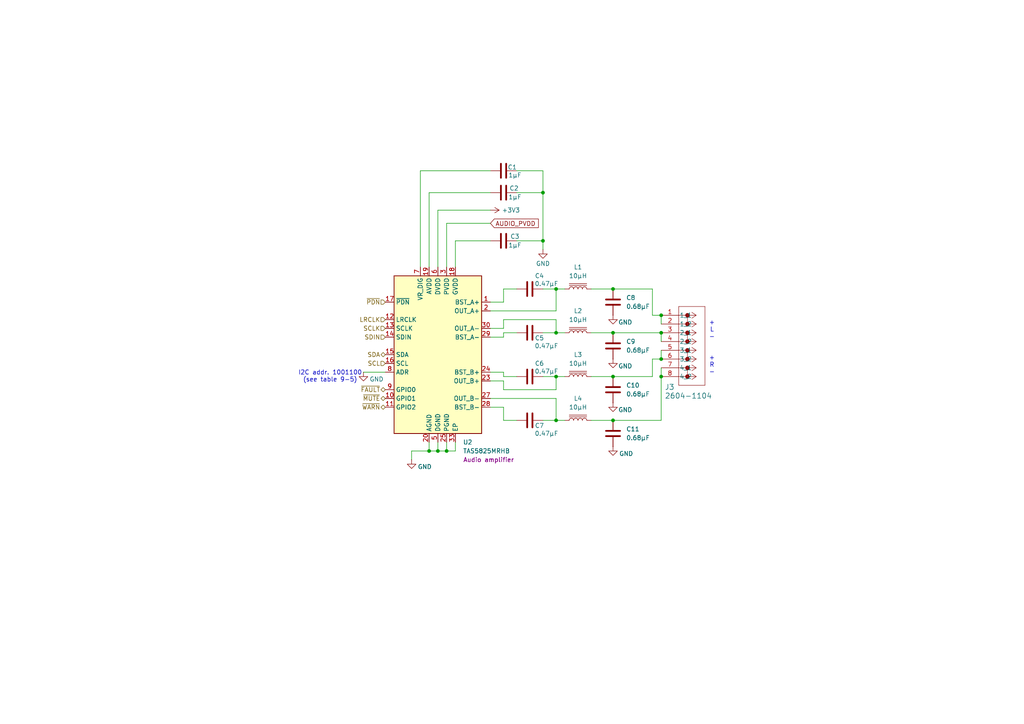
<source format=kicad_sch>
(kicad_sch (version 20231120) (generator "eeschema") (generator_version "8.0")
  (paper "A4")
  (lib_symbols
    (symbol "Amplifier_Audio:TAS5825MRHB"
      (property "Reference" "U" (at -11.43 24.13 0))
      (property "Value" "TAS5825MRHB" (at 13.97 24.13 0))
      (symbol "TAS5825MRHB_0_1"
        (rectangle (start -12.7 22.86) (end 12.7 -22.86) (stroke (width 0.254)) (fill (type background)))
      )
      (symbol "TAS5825MRHB_1_1"
        (pin passive line (at 15.24 15.24 180) (length 2.54) (name "BST_A+") (number "1"))
        (pin bidirectional line (at -15.24 -12.7 0) (length 2.54) (name "GPIO1") (number "10"))
        (pin bidirectional line (at -15.24 -15.24 0) (length 2.54) (name "GPIO2") (number "11"))
        (pin input line (at -15.24 10.16 0) (length 2.54) (name "LRCLK") (number "12"))
        (pin input line (at -15.24 7.62 0) (length 2.54) (name "SCLK") (number "13"))
        (pin input line (at -15.24 5.08 0) (length 2.54) (name "SDIN") (number "14"))
        (pin bidirectional line (at -15.24 0 0) (length 2.54) (name "SDA") (number "15"))
        (pin input line (at -15.24 -2.54 0) (length 2.54) (name "SCL") (number "16"))
        (pin input line (at -15.24 15.24 0) (length 2.54) (name "~{PDN}") (number "17"))
        (pin passive line (at 5.08 25.4 270) (length 2.54) (name "GVDD") (number "18"))
        (pin passive line (at -2.54 25.4 270) (length 2.54) (name "AVDD") (number "19"))
        (pin output line (at 15.24 12.7 180) (length 2.54) (name "OUT_A+") (number "2"))
        (pin power_in line (at -2.54 -25.4 90) (length 2.54) (name "AGND") (number "20"))
        (pin passive line (at 2.54 25.4 270) (length 2.54) hide (name "PVDD") (number "21"))
        (pin passive line (at 2.54 25.4 270) (length 2.54) hide (name "PVDD") (number "22"))
        (pin output line (at 15.24 -7.62 180) (length 2.54) (name "OUT_B+") (number "23"))
        (pin passive line (at 15.24 -5.08 180) (length 2.54) (name "BST_B+") (number "24"))
        (pin power_in line (at 2.54 -25.4 90) (length 2.54) (name "PGND") (number "25"))
        (pin passive line (at 2.54 -25.4 90) (length 2.54) hide (name "PGND") (number "26"))
        (pin output line (at 15.24 -12.7 180) (length 2.54) (name "OUT_B-") (number "27"))
        (pin passive line (at 15.24 -15.24 180) (length 2.54) (name "BST_B-") (number "28"))
        (pin passive line (at 15.24 5.08 180) (length 2.54) (name "BST_A-") (number "29"))
        (pin power_in line (at 2.54 25.4 270) (length 2.54) (name "PVDD") (number "3"))
        (pin output line (at 15.24 7.62 180) (length 2.54) (name "OUT_A-") (number "30"))
        (pin passive line (at 2.54 -25.4 90) (length 2.54) hide (name "PGND") (number "31"))
        (pin passive line (at 2.54 -25.4 90) (length 2.54) hide (name "PGND") (number "32"))
        (pin passive line (at 5.08 -25.4 90) (length 2.54) (name "EP") (number "33"))
        (pin passive line (at 2.54 25.4 270) (length 2.54) hide (name "PVDD") (number "4"))
        (pin power_in line (at 0 -25.4 90) (length 2.54) (name "DGND") (number "5"))
        (pin power_in line (at 0 25.4 270) (length 2.54) (name "DVDD") (number "6"))
        (pin passive line (at -5.08 25.4 270) (length 2.54) (name "VR_DIG") (number "7"))
        (pin passive line (at -15.24 -5.08 0) (length 2.54) (name "ADR") (number "8"))
        (pin bidirectional line (at -15.24 -10.16 0) (length 2.54) (name "GPIO0") (number "9"))
      )
    )
    (symbol "Device:C" (pin_numbers hide) (pin_names (offset 0.254))
      (property "Reference" "C" (at 0.635 2.54 0))
      (property "Value" "C" (at 0.635 -2.54 0))
      (symbol "C_0_1"
        (polyline (pts (xy -2.032 -0.762) (xy 2.032 -0.762)) (stroke (width 0.508)))
        (polyline (pts (xy -2.032 0.762) (xy 2.032 0.762)) (stroke (width 0.508)))
      )
      (symbol "C_1_1"
        (pin passive line (at 0 3.81 270) (length 2.794) (name "~") (number "1"))
        (pin passive line (at 0 -3.81 90) (length 2.794) (name "~") (number "2"))
      )
    )
    (symbol "Device:L_Iron" (pin_numbers hide) (pin_names (offset 1.016) hide)
      (property "Reference" "L" (at -1.27 0 90))
      (property "Value" "L_Iron" (at 2.794 0 90))
      (symbol "L_Iron_0_1"
        (arc (start 0 -2.54) (mid 0.6323 -1.905) (end 0 -1.27))
        (arc (start 0 -1.27) (mid 0.6323 -0.635) (end 0 0))
        (polyline (pts (xy 1.016 2.54) (xy 1.016 -2.54)))
        (polyline (pts (xy 1.524 -2.54) (xy 1.524 2.54)))
        (arc (start 0 0) (mid 0.6323 0.635) (end 0 1.27))
        (arc (start 0 1.27) (mid 0.6323 1.905) (end 0 2.54))
      )
      (symbol "L_Iron_1_1"
        (pin passive line (at 0 3.81 270) (length 1.27) (name "1") (number "1"))
        (pin passive line (at 0 -3.81 90) (length 1.27) (name "2") (number "2"))
      )
    )
    (symbol "Ultra_Librarian:2604-1104" (pin_names (offset 0.254))
      (property "Reference" "J" (at 8.89 6.35 0))
      (property "Value" "2604-1104" (at 0 0 0))
      (symbol "2604-1104_1_1"
        (polyline (pts (xy 5.08 -20.32) (xy 12.7 -20.32)) (stroke (width 0.127)))
        (polyline (pts (xy 5.08 2.54) (xy 5.08 -20.32)) (stroke (width 0.127)))
        (polyline (pts (xy 7.62 -15.24) (xy 7.62 -17.78)) (stroke (width 0.127)))
        (polyline (pts (xy 7.62 -10.16) (xy 7.62 -12.7)) (stroke (width 0.127)))
        (polyline (pts (xy 7.62 -5.08) (xy 7.62 -7.62)) (stroke (width 0.127)))
        (polyline (pts (xy 7.62 0) (xy 7.62 -2.54)) (stroke (width 0.127)))
        (polyline (pts (xy 10.16 -17.78) (xy 5.08 -17.78)) (stroke (width 0.127)))
        (polyline (pts (xy 10.16 -17.78) (xy 8.89 -18.6267)) (stroke (width 0.127)))
        (polyline (pts (xy 10.16 -17.78) (xy 8.89 -16.9333)) (stroke (width 0.127)))
        (polyline (pts (xy 10.16 -15.24) (xy 5.08 -15.24)) (stroke (width 0.127)))
        (polyline (pts (xy 10.16 -15.24) (xy 8.89 -16.0867)) (stroke (width 0.127)))
        (polyline (pts (xy 10.16 -15.24) (xy 8.89 -14.3933)) (stroke (width 0.127)))
        (polyline (pts (xy 10.16 -12.7) (xy 5.08 -12.7)) (stroke (width 0.127)))
        (polyline (pts (xy 10.16 -12.7) (xy 8.89 -13.5467)) (stroke (width 0.127)))
        (polyline (pts (xy 10.16 -12.7) (xy 8.89 -11.8533)) (stroke (width 0.127)))
        (polyline (pts (xy 10.16 -10.16) (xy 5.08 -10.16)) (stroke (width 0.127)))
        (polyline (pts (xy 10.16 -10.16) (xy 8.89 -11.0067)) (stroke (width 0.127)))
        (polyline (pts (xy 10.16 -10.16) (xy 8.89 -9.3133)) (stroke (width 0.127)))
        (polyline (pts (xy 10.16 -7.62) (xy 5.08 -7.62)) (stroke (width 0.127)))
        (polyline (pts (xy 10.16 -7.62) (xy 8.89 -8.4667)) (stroke (width 0.127)))
        (polyline (pts (xy 10.16 -7.62) (xy 8.89 -6.7733)) (stroke (width 0.127)))
        (polyline (pts (xy 10.16 -5.08) (xy 5.08 -5.08)) (stroke (width 0.127)))
        (polyline (pts (xy 10.16 -5.08) (xy 8.89 -5.9267)) (stroke (width 0.127)))
        (polyline (pts (xy 10.16 -5.08) (xy 8.89 -4.2333)) (stroke (width 0.127)))
        (polyline (pts (xy 10.16 -2.54) (xy 5.08 -2.54)) (stroke (width 0.127)))
        (polyline (pts (xy 10.16 -2.54) (xy 8.89 -3.3867)) (stroke (width 0.127)))
        (polyline (pts (xy 10.16 -2.54) (xy 8.89 -1.6933)) (stroke (width 0.127)))
        (polyline (pts (xy 10.16 0) (xy 5.08 0)) (stroke (width 0.127)))
        (polyline (pts (xy 10.16 0) (xy 8.89 -0.8467)) (stroke (width 0.127)))
        (polyline (pts (xy 10.16 0) (xy 8.89 0.8467)) (stroke (width 0.127)))
        (polyline (pts (xy 12.7 -20.32) (xy 12.7 2.54)) (stroke (width 0.127)))
        (polyline (pts (xy 12.7 2.54) (xy 5.08 2.54)) (stroke (width 0.127)))
        (circle (center 7.62 -17.78) (radius 0.127) (stroke (width 0.508)))
        (circle (center 7.62 -15.24) (radius 0.127) (stroke (width 0.508)))
        (circle (center 7.62 -12.7) (radius 0.127) (stroke (width 0.508)))
        (circle (center 7.62 -10.16) (radius 0.127) (stroke (width 0.508)))
        (circle (center 7.62 -7.62) (radius 0.127) (stroke (width 0.508)))
        (circle (center 7.62 -5.08) (radius 0.127) (stroke (width 0.508)))
        (circle (center 7.62 -2.54) (radius 0.127) (stroke (width 0.508)))
        (circle (center 7.62 0) (radius 0.127) (stroke (width 0.508)))
        (pin unspecified line (at 0 0 0) (length 5.08) (name "1_1") (number "1"))
        (pin unspecified line (at 0 -2.54 0) (length 5.08) (name "1_2") (number "2"))
        (pin unspecified line (at 0 -5.08 0) (length 5.08) (name "2_1") (number "3"))
        (pin unspecified line (at 0 -7.62 0) (length 5.08) (name "2_2") (number "4"))
        (pin unspecified line (at 0 -10.16 0) (length 5.08) (name "3_1") (number "5"))
        (pin unspecified line (at 0 -12.7 0) (length 5.08) (name "3_2") (number "6"))
        (pin unspecified line (at 0 -15.24 0) (length 5.08) (name "4_1") (number "7"))
        (pin unspecified line (at 0 -17.78 0) (length 5.08) (name "4_2") (number "8"))
      )
      (symbol "2604-1104_1_2"
        (polyline (pts (xy 5.08 -20.32) (xy 12.7 -20.32)) (stroke (width 0.127)))
        (polyline (pts (xy 5.08 2.54) (xy 5.08 -20.32)) (stroke (width 0.127)))
        (polyline (pts (xy 7.62 -15.24) (xy 7.62 -17.78)) (stroke (width 0.127)))
        (polyline (pts (xy 7.62 -10.16) (xy 7.62 -12.7)) (stroke (width 0.127)))
        (polyline (pts (xy 7.62 -5.08) (xy 7.62 -7.62)) (stroke (width 0.127)))
        (polyline (pts (xy 7.62 0) (xy 7.62 -2.54)) (stroke (width 0.127)))
        (polyline (pts (xy 10.16 -17.78) (xy 5.08 -17.78)) (stroke (width 0.127)))
        (polyline (pts (xy 10.16 -17.78) (xy 8.89 -18.6267)) (stroke (width 0.127)))
        (polyline (pts (xy 10.16 -17.78) (xy 8.89 -16.9333)) (stroke (width 0.127)))
        (polyline (pts (xy 10.16 -15.24) (xy 5.08 -15.24)) (stroke (width 0.127)))
        (polyline (pts (xy 10.16 -15.24) (xy 8.89 -16.0867)) (stroke (width 0.127)))
        (polyline (pts (xy 10.16 -15.24) (xy 8.89 -14.3933)) (stroke (width 0.127)))
        (polyline (pts (xy 10.16 -12.7) (xy 5.08 -12.7)) (stroke (width 0.127)))
        (polyline (pts (xy 10.16 -12.7) (xy 8.89 -13.5467)) (stroke (width 0.127)))
        (polyline (pts (xy 10.16 -12.7) (xy 8.89 -11.8533)) (stroke (width 0.127)))
        (polyline (pts (xy 10.16 -10.16) (xy 5.08 -10.16)) (stroke (width 0.127)))
        (polyline (pts (xy 10.16 -10.16) (xy 8.89 -11.0067)) (stroke (width 0.127)))
        (polyline (pts (xy 10.16 -10.16) (xy 8.89 -9.3133)) (stroke (width 0.127)))
        (polyline (pts (xy 10.16 -7.62) (xy 5.08 -7.62)) (stroke (width 0.127)))
        (polyline (pts (xy 10.16 -7.62) (xy 8.89 -8.4667)) (stroke (width 0.127)))
        (polyline (pts (xy 10.16 -7.62) (xy 8.89 -6.7733)) (stroke (width 0.127)))
        (polyline (pts (xy 10.16 -5.08) (xy 5.08 -5.08)) (stroke (width 0.127)))
        (polyline (pts (xy 10.16 -5.08) (xy 8.89 -5.9267)) (stroke (width 0.127)))
        (polyline (pts (xy 10.16 -5.08) (xy 8.89 -4.2333)) (stroke (width 0.127)))
        (polyline (pts (xy 10.16 -2.54) (xy 5.08 -2.54)) (stroke (width 0.127)))
        (polyline (pts (xy 10.16 -2.54) (xy 8.89 -3.3867)) (stroke (width 0.127)))
        (polyline (pts (xy 10.16 -2.54) (xy 8.89 -1.6933)) (stroke (width 0.127)))
        (polyline (pts (xy 10.16 0) (xy 5.08 0)) (stroke (width 0.127)))
        (polyline (pts (xy 10.16 0) (xy 8.89 -0.8467)) (stroke (width 0.127)))
        (polyline (pts (xy 10.16 0) (xy 8.89 0.8467)) (stroke (width 0.127)))
        (polyline (pts (xy 12.7 -20.32) (xy 12.7 2.54)) (stroke (width 0.127)))
        (polyline (pts (xy 12.7 2.54) (xy 5.08 2.54)) (stroke (width 0.127)))
        (circle (center 7.62 -17.78) (radius 0.127) (stroke (width 0.508)))
        (circle (center 7.62 -15.24) (radius 0.127) (stroke (width 0.508)))
        (circle (center 7.62 -12.7) (radius 0.127) (stroke (width 0.508)))
        (circle (center 7.62 -10.16) (radius 0.127) (stroke (width 0.508)))
        (circle (center 7.62 -7.62) (radius 0.127) (stroke (width 0.508)))
        (circle (center 7.62 -5.08) (radius 0.127) (stroke (width 0.508)))
        (circle (center 7.62 -2.54) (radius 0.127) (stroke (width 0.508)))
        (circle (center 7.62 0) (radius 0.127) (stroke (width 0.508)))
        (pin unspecified line (at 0 0 0) (length 5.08) (name "1_1") (number "1"))
        (pin unspecified line (at 0 -2.54 0) (length 5.08) (name "1_2") (number "2"))
        (pin unspecified line (at 0 -5.08 0) (length 5.08) (name "2_1") (number "3"))
        (pin unspecified line (at 0 -7.62 0) (length 5.08) (name "2_2") (number "4"))
        (pin unspecified line (at 0 -10.16 0) (length 5.08) (name "3_1") (number "5"))
        (pin unspecified line (at 0 -12.7 0) (length 5.08) (name "3_2") (number "6"))
        (pin unspecified line (at 0 -15.24 0) (length 5.08) (name "4_1") (number "7"))
        (pin unspecified line (at 0 -17.78 0) (length 5.08) (name "4_2") (number "8"))
      )
    )
    (symbol "power:+3V3" (power) (pin_numbers hide) (pin_names (offset 0) hide)
      (property "Value" "+3V3" (at 0 3.556 0))
      (symbol "+3V3_0_1"
        (polyline (pts (xy -0.762 1.27) (xy 0 2.54)))
        (polyline (pts (xy 0 0) (xy 0 2.54)))
        (polyline (pts (xy 0 2.54) (xy 0.762 1.27)))
      )
      (symbol "+3V3_1_1"
        (pin power_in line (at 0 0 90) (length 0) (name "~") (number "1"))
      )
    )
    (symbol "power:GND" (power) (pin_numbers hide) (pin_names (offset 0) hide)
      (property "Value" "GND" (at 0 -3.81 0))
      (symbol "GND_0_1"
        (polyline (pts (xy 0 0) (xy 0 -1.27) (xy 1.27 -1.27) (xy 0 -2.54) (xy -1.27 -1.27) (xy 0 -1.27)))
      )
      (symbol "GND_1_1"
        (pin power_in line (at 0 0 270) (length 0) (name "~") (number "1"))
      )
    )
  )
  (junction (at 129.54 130.81))
  (junction (at 161.29 121.92))
  (junction (at 157.48 69.85))
  (junction (at 177.8 96.52))
  (junction (at 161.29 83.82))
  (junction (at 124.46 130.81))
  (junction (at 191.77 91.44))
  (junction (at 191.77 109.22))
  (junction (at 161.29 109.22))
  (junction (at 157.48 55.88))
  (junction (at 127 130.81))
  (junction (at 191.77 104.14))
  (junction (at 161.29 96.52))
  (junction (at 177.8 109.22))
  (junction (at 177.8 83.82))
  (junction (at 177.8 121.92))
  (junction (at 191.77 96.52))
  (wire (pts (xy 146.05 83.82) (xy 146.05 87.63)))
  (wire (pts (xy 171.45 83.82) (xy 177.8 83.82)))
  (wire (pts (xy 149.86 109.22) (xy 146.05 109.22)))
  (wire (pts (xy 189.23 83.82) (xy 189.23 91.44)))
  (wire (pts (xy 146.05 109.22) (xy 146.05 107.95)))
  (wire (pts (xy 121.92 49.53) (xy 121.92 77.47)))
  (wire (pts (xy 177.8 96.52) (xy 191.77 96.52)))
  (wire (pts (xy 142.24 118.11) (xy 146.05 118.11)))
  (wire (pts (xy 146.05 121.92) (xy 146.05 118.11)))
  (wire (pts (xy 161.29 83.82) (xy 163.83 83.82)))
  (wire (pts (xy 157.48 83.82) (xy 161.29 83.82)))
  (wire (pts (xy 142.24 90.17) (xy 161.29 90.17)))
  (wire (pts (xy 132.08 128.27) (xy 132.08 130.81)))
  (wire (pts (xy 157.48 72.39) (xy 157.48 69.85)))
  (wire (pts (xy 132.08 130.81) (xy 129.54 130.81)))
  (wire (pts (xy 142.24 115.57) (xy 161.29 115.57)))
  (wire (pts (xy 149.86 96.52) (xy 146.05 96.52)))
  (wire (pts (xy 146.05 110.49) (xy 146.05 113.03)))
  (wire (pts (xy 129.54 64.77) (xy 129.54 77.47)))
  (wire (pts (xy 142.24 64.77) (xy 129.54 64.77)))
  (wire (pts (xy 157.48 121.92) (xy 161.29 121.92)))
  (wire (pts (xy 142.24 69.85) (xy 132.08 69.85)))
  (wire (pts (xy 161.29 90.17) (xy 161.29 83.82)))
  (wire (pts (xy 191.77 91.44) (xy 191.77 93.98)))
  (wire (pts (xy 177.8 121.92) (xy 191.77 121.92)))
  (wire (pts (xy 142.24 95.25) (xy 146.05 95.25)))
  (wire (pts (xy 142.24 55.88) (xy 124.46 55.88)))
  (wire (pts (xy 149.86 69.85) (xy 157.48 69.85)))
  (wire (pts (xy 161.29 109.22) (xy 163.83 109.22)))
  (wire (pts (xy 129.54 128.27) (xy 129.54 130.81)))
  (wire (pts (xy 157.48 55.88) (xy 157.48 69.85)))
  (wire (pts (xy 119.38 133.35) (xy 119.38 130.81)))
  (wire (pts (xy 161.29 96.52) (xy 163.83 96.52)))
  (wire (pts (xy 157.48 109.22) (xy 161.29 109.22)))
  (wire (pts (xy 124.46 128.27) (xy 124.46 130.81)))
  (wire (pts (xy 149.86 55.88) (xy 157.48 55.88)))
  (wire (pts (xy 142.24 87.63) (xy 146.05 87.63)))
  (wire (pts (xy 142.24 49.53) (xy 121.92 49.53)))
  (wire (pts (xy 191.77 121.92) (xy 191.77 109.22)))
  (wire (pts (xy 171.45 109.22) (xy 177.8 109.22)))
  (wire (pts (xy 161.29 115.57) (xy 161.29 121.92)))
  (wire (pts (xy 161.29 113.03) (xy 161.29 109.22)))
  (wire (pts (xy 142.24 110.49) (xy 146.05 110.49)))
  (wire (pts (xy 161.29 121.92) (xy 163.83 121.92)))
  (wire (pts (xy 142.24 60.96) (xy 127 60.96)))
  (wire (pts (xy 149.86 83.82) (xy 146.05 83.82)))
  (wire (pts (xy 189.23 109.22) (xy 189.23 104.14)))
  (wire (pts (xy 157.48 96.52) (xy 161.29 96.52)))
  (wire (pts (xy 149.86 121.92) (xy 146.05 121.92)))
  (wire (pts (xy 191.77 106.68) (xy 191.77 109.22)))
  (wire (pts (xy 189.23 91.44) (xy 191.77 91.44)))
  (wire (pts (xy 127 130.81) (xy 129.54 130.81)))
  (wire (pts (xy 111.76 107.95) (xy 105.41 107.95)))
  (wire (pts (xy 191.77 101.6) (xy 191.77 104.14)))
  (wire (pts (xy 146.05 96.52) (xy 146.05 97.79)))
  (wire (pts (xy 171.45 121.92) (xy 177.8 121.92)))
  (wire (pts (xy 146.05 95.25) (xy 146.05 92.71)))
  (wire (pts (xy 171.45 96.52) (xy 177.8 96.52)))
  (wire (pts (xy 146.05 113.03) (xy 161.29 113.03)))
  (wire (pts (xy 191.77 96.52) (xy 191.77 99.06)))
  (wire (pts (xy 146.05 97.79) (xy 142.24 97.79)))
  (wire (pts (xy 177.8 109.22) (xy 189.23 109.22)))
  (wire (pts (xy 119.38 130.81) (xy 124.46 130.81)))
  (wire (pts (xy 149.86 49.53) (xy 157.48 49.53)))
  (wire (pts (xy 146.05 92.71) (xy 161.29 92.71)))
  (wire (pts (xy 124.46 130.81) (xy 127 130.81)))
  (wire (pts (xy 142.24 107.95) (xy 146.05 107.95)))
  (wire (pts (xy 161.29 92.71) (xy 161.29 96.52)))
  (wire (pts (xy 177.8 83.82) (xy 189.23 83.82)))
  (wire (pts (xy 124.46 55.88) (xy 124.46 77.47)))
  (wire (pts (xy 127 128.27) (xy 127 130.81)))
  (wire (pts (xy 189.23 104.14) (xy 191.77 104.14)))
  (wire (pts (xy 127 60.96) (xy 127 77.47)))
  (wire (pts (xy 157.48 49.53) (xy 157.48 55.88)))
  (wire (pts (xy 132.08 69.85) (xy 132.08 77.47)))
  (text "I2C addr. 1001100\n(see table 9-5)" (at 95.758 109.22 0) (effects (font (size 1.27 1.27))))
  (text "+\nL\n-\n\n\n+\nR\n-" (at 206.502 100.838 0) (effects (font (size 1.27 1.27))))
  (global_label "AUDIO_PVDD" (shape input) (at 142.24 64.77 0) (property "Intersheetrefs" "${INTERSHEET_REFS}" (effects (hide yes))))
  (hierarchical_label "SDA" (shape bidirectional) (at 111.76 102.87 180))
  (hierarchical_label "~{FAULT}" (shape bidirectional) (at 111.76 113.03 180))
  (hierarchical_label "SDIN" (shape input) (at 111.76 97.79 180))
  (hierarchical_label "LRCLK" (shape input) (at 111.76 92.71 180))
  (hierarchical_label "SCLK" (shape input) (at 111.76 95.25 180))
  (hierarchical_label "~{WARN}" (shape bidirectional) (at 111.76 118.11 180))
  (hierarchical_label "~{PDN}" (shape input) (at 111.76 87.63 180))
  (hierarchical_label "~{MUTE}" (shape bidirectional) (at 111.76 115.57 180))
  (hierarchical_label "SCL" (shape input) (at 111.76 105.41 180))
  (symbol (lib_id "Device:C") (at 153.67 96.52 270) (unit 1)
    (property "Reference" "C5" (at 156.464 98.044 90))
    (property "Value" "0.47µF" (at 158.496 100.33 90))
    (property "Description" "Unpolarized capacitor" (effects (hide yes)))
  )
  (symbol (lib_id "power:GND") (at 177.8 91.44 0) (unit 1)
    (property "Reference" "#PWR07" (effects (hide yes)))
    (property "Value" "GND" (at 181.356 93.472 0))
    (property "Description" "Power symbol creates a global label with name \"GND\" , ground" (effects (hide yes)))
  )
  (symbol (lib_id "power:GND") (at 157.48 72.39 0) (unit 1)
    (property "Reference" "#PWR06" (effects (hide yes)))
    (property "Value" "GND" (at 157.48 76.454 0))
    (property "Description" "Power symbol creates a global label with name \"GND\" , ground" (effects (hide yes)))
  )
  (symbol (lib_id "power:GND") (at 177.8 116.84 0) (unit 1)
    (property "Reference" "#PWR09" (effects (hide yes)))
    (property "Value" "GND" (at 181.356 118.872 0))
    (property "Description" "Power symbol creates a global label with name \"GND\" , ground" (effects (hide yes)))
  )
  (symbol (lib_id "Device:L_Iron") (at 167.64 109.22 90) (unit 1)
    (property "Reference" "L3" (at 167.64 102.87 90))
    (property "Value" "10µH" (at 167.64 105.41 90))
    (property "Description" "Inductor with iron core" (effects (hide yes)))
  )
  (symbol (lib_id "Device:C") (at 146.05 69.85 270) (unit 1)
    (property "Reference" "C3" (at 149.352 68.58 90))
    (property "Value" "1µF" (at 149.352 71.12 90))
    (property "Description" "Unpolarized capacitor" (effects (hide yes)))
  )
  (symbol (lib_id "Device:C") (at 153.67 121.92 270) (unit 1)
    (property "Reference" "C7" (at 156.464 123.444 90))
    (property "Value" "0.47µF" (at 158.496 125.73 90))
    (property "Description" "Unpolarized capacitor" (effects (hide yes)))
  )
  (symbol (lib_id "Device:C") (at 177.8 113.03 0) (unit 1)
    (property "Reference" "C10" (at 181.61 111.7599 0) (effects (justify left)))
    (property "Value" "0.68µF" (at 181.61 114.2999 0) (effects (justify left)))
    (property "Description" "Unpolarized capacitor" (effects (hide yes)))
  )
  (symbol (lib_id "Device:L_Iron") (at 167.64 83.82 90) (unit 1)
    (property "Reference" "L1" (at 167.64 77.47 90))
    (property "Value" "10µH" (at 167.64 80.01 90))
    (property "Description" "Inductor with iron core" (effects (hide yes)))
  )
  (symbol (lib_id "Device:C") (at 153.67 83.82 270) (unit 1)
    (property "Reference" "C4" (at 156.464 80.01 90))
    (property "Value" "0.47µF" (at 158.496 82.296 90))
    (property "Description" "Unpolarized capacitor" (effects (hide yes)))
  )
  (symbol (lib_id "power:GND") (at 105.41 107.95 0) (unit 1)
    (property "Reference" "#PWR03" (effects (hide yes)))
    (property "Value" "GND" (at 109.22 109.982 0))
    (property "Description" "Power symbol creates a global label with name \"GND\" , ground" (effects (hide yes)))
  )
  (symbol (lib_id "power:+3V3") (at 142.24 60.96 270) (unit 1)
    (property "Reference" "#PWR05" (effects (hide yes)))
    (property "Value" "+3V3" (at 145.542 60.96 90) (effects (justify left)))
    (property "Description" "Power symbol creates a global label with name \"+3V3\"" (effects (hide yes)))
  )
  (symbol (lib_id "Ultra_Librarian:2604-1104") (at 191.77 91.44 0) (unit 1)
    (property "Reference" "J3" (at 192.786 112.268 0) (effects (font (size 1.524 1.524)) (justify left)))
    (property "Value" "2604-1104" (at 192.786 114.808 0) (effects (font (size 1.524 1.524)) (justify left)))
    (property "Footprint" "CONN4_2604-1104_WAG" (effects (hide yes)))
    (property "Description" "Speaker" (effects (hide yes)))
    (property "Manufacturer" "WAGO" (effects (hide yes)))
    (property "MPN" "2604-1104" (effects (hide yes)))
  )
  (symbol (lib_id "Device:C") (at 146.05 55.88 270) (unit 1)
    (property "Reference" "C2" (at 149.098 54.61 90))
    (property "Value" "1µF" (at 149.352 57.15 90))
    (property "Description" "Unpolarized capacitor" (effects (hide yes)))
  )
  (symbol (lib_id "Device:C") (at 177.8 125.73 0) (unit 1)
    (property "Reference" "C11" (at 181.61 124.4599 0) (effects (justify left)))
    (property "Value" "0.68µF" (at 181.61 126.9999 0) (effects (justify left)))
    (property "Description" "Unpolarized capacitor" (effects (hide yes)))
  )
  (symbol (lib_id "Device:L_Iron") (at 167.64 121.92 90) (unit 1)
    (property "Reference" "L4" (at 167.64 115.57 90))
    (property "Value" "10µH" (at 167.64 118.11 90))
    (property "Description" "Inductor with iron core" (effects (hide yes)))
  )
  (symbol (lib_id "Device:C") (at 153.67 109.22 270) (unit 1)
    (property "Reference" "C6" (at 156.464 105.41 90))
    (property "Value" "0.47µF" (at 158.496 107.696 90))
    (property "Description" "Unpolarized capacitor" (effects (hide yes)))
  )
  (symbol (lib_id "Device:C") (at 177.8 100.33 0) (unit 1)
    (property "Reference" "C9" (at 181.61 99.0599 0) (effects (justify left)))
    (property "Value" "0.68µF" (at 181.61 101.5999 0) (effects (justify left)))
    (property "Description" "Unpolarized capacitor" (effects (hide yes)))
  )
  (symbol (lib_id "Device:C") (at 146.05 49.53 270) (unit 1)
    (property "Reference" "C1" (at 148.59 48.514 90))
    (property "Value" "1µF" (at 149.352 50.8 90))
    (property "Description" "Unpolarized capacitor" (effects (hide yes)))
  )
  (symbol (lib_id "Device:C") (at 177.8 87.63 0) (unit 1)
    (property "Reference" "C8" (at 181.61 86.3599 0) (effects (justify left)))
    (property "Value" "0.68µF" (at 181.61 88.8999 0) (effects (justify left)))
    (property "Description" "Unpolarized capacitor" (effects (hide yes)))
  )
  (symbol (lib_id "power:GND") (at 177.8 104.14 0) (unit 1)
    (property "Reference" "#PWR08" (effects (hide yes)))
    (property "Value" "GND" (at 181.356 106.172 0))
    (property "Description" "Power symbol creates a global label with name \"GND\" , ground" (effects (hide yes)))
  )
  (symbol (lib_id "power:GND") (at 177.8 129.54 0) (unit 1)
    (property "Reference" "#PWR010" (effects (hide yes)))
    (property "Value" "GND" (at 181.61 131.572 0))
    (property "Description" "Power symbol creates a global label with name \"GND\" , ground" (effects (hide yes)))
  )
  (symbol (lib_id "Device:L_Iron") (at 167.64 96.52 90) (unit 1)
    (property "Reference" "L2" (at 167.64 90.17 90))
    (property "Value" "10µΗ" (at 167.64 92.71 90))
    (property "Description" "Inductor with iron core" (effects (hide yes)))
  )
  (symbol (lib_id "Amplifier_Audio:TAS5825MRHB") (at 127 102.87 0) (unit 1)
    (property "Reference" "U2" (at 134.2741 128.27 0) (effects (justify left)))
    (property "Value" "TAS5825MRHB" (at 134.2741 130.81 0) (effects (justify left)))
    (property "Footprint" "Package_DFN_QFN:VQFN-32-1EP_5x5mm_P0.5mm_EP3.1x3.1mm" (effects (hide yes)))
    (property "Datasheet" "https://www.ti.com/lit/ds/symlink/tas5825m.pdf" (effects (hide yes)))
    (property "Description" "Audio amplifier" (at 141.732 133.35 0))
    (property "MPN" "TAS5825MRHBR" (effects (hide yes)))
    (property "Manufacturer" "Texas Instruments" (effects (hide yes)))
  )
  (symbol (lib_id "power:GND") (at 119.38 133.35 0) (unit 1)
    (property "Reference" "#PWR04" (effects (hide yes)))
    (property "Value" "GND" (at 123.19 135.382 0))
    (property "Description" "Power symbol creates a global label with name \"GND\" , ground" (effects (hide yes)))
  )
)
</source>
